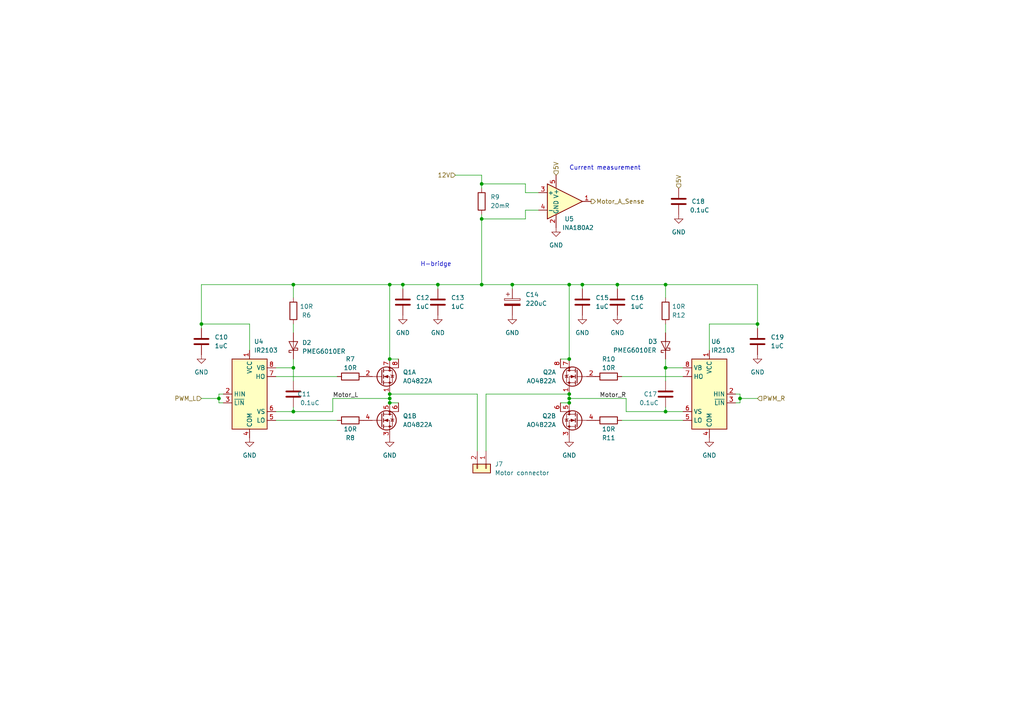
<source format=kicad_sch>
(kicad_sch (version 20211123) (generator eeschema)
  (paper "A4")
  (lib_symbols
    (symbol "Amplifier_Current:INA180A1" (pin_names (offset 0.127))
      (property "Reference" "U" (at 3.81 3.81 0))
      (property "Value" "INA180A1" (at 3.81 -2.54 0))
      (symbol "INA180A1_0_1"
        (polyline (pts (xy 5.08 0) (xy -5.08 5.08) (xy -5.08 -5.08) (xy 5.08 0)) (stroke (width 0.254)) (fill (type background)))
      )
      (symbol "INA180A1_1_1"
        (pin output line (at 7.62 0 180) (length 2.54) (name "~") (number "1"))
        (pin power_in line (at -2.54 -7.62 90) (length 3.81) (name "GND") (number "2"))
        (pin input line (at -7.62 2.54 0) (length 2.54) (name "+") (number "3"))
        (pin input line (at -7.62 -2.54 0) (length 2.54) (name "-") (number "4"))
        (pin power_in line (at -2.54 7.62 270) (length 3.81) (name "V+") (number "5"))
      )
    )
    (symbol "Connector_Generic:Conn_01x02" (pin_names (offset 1.016) hide)
      (property "Reference" "J" (at 0 2.54 0))
      (property "Value" "Conn_01x02" (at 0 -5.08 0))
      (symbol "Conn_01x02_1_1"
        (rectangle (start -1.27 -2.413) (end 0 -2.667) (stroke (width 0.1524)))
        (rectangle (start -1.27 0.127) (end 0 -0.127) (stroke (width 0.1524)))
        (rectangle (start -1.27 1.27) (end 1.27 -3.81) (stroke (width 0.254)) (fill (type background)))
        (pin passive line (at -5.08 0 0) (length 3.81) (name "Pin_1") (number "1"))
        (pin passive line (at -5.08 -2.54 0) (length 3.81) (name "Pin_2") (number "2"))
      )
    )
    (symbol "Device:C" (pin_numbers hide) (pin_names (offset 0.254))
      (property "Reference" "C" (at 0.635 2.54 0))
      (property "Value" "C" (at 0.635 -2.54 0))
      (symbol "C_0_1"
        (polyline (pts (xy -2.032 -0.762) (xy 2.032 -0.762)) (stroke (width 0.508)))
        (polyline (pts (xy -2.032 0.762) (xy 2.032 0.762)) (stroke (width 0.508)))
      )
      (symbol "C_1_1"
        (pin passive line (at 0 3.81 270) (length 2.794) (name "~") (number "1"))
        (pin passive line (at 0 -3.81 90) (length 2.794) (name "~") (number "2"))
      )
    )
    (symbol "Device:C_Polarized" (pin_numbers hide) (pin_names (offset 0.254))
      (property "Reference" "C" (at 0.635 2.54 0))
      (property "Value" "C_Polarized" (at 0.635 -2.54 0))
      (symbol "C_Polarized_0_1"
        (rectangle (start -2.286 0.508) (end 2.286 1.016))
        (polyline (pts (xy -1.778 2.286) (xy -0.762 2.286)))
        (polyline (pts (xy -1.27 2.794) (xy -1.27 1.778)))
        (rectangle (start 2.286 -0.508) (end -2.286 -1.016) (fill (type outline)))
      )
      (symbol "C_Polarized_1_1"
        (pin passive line (at 0 3.81 270) (length 2.794) (name "~") (number "1"))
        (pin passive line (at 0 -3.81 90) (length 2.794) (name "~") (number "2"))
      )
    )
    (symbol "Device:Q_Dual_NMOS_S1G1S2G2D2D2D1D1" (pin_names (offset 0) hide)
      (property "Reference" "Q" (at 5.08 1.27 0))
      (property "Value" "Q_Dual_NMOS_S1G1S2G2D2D2D1D1" (at 5.08 -1.27 0))
      (symbol "Q_Dual_NMOS_S1G1S2G2D2D2D1D1_0_1"
        (polyline (pts (xy 0.254 0) (xy -2.54 0)))
        (polyline (pts (xy 0.254 1.905) (xy 0.254 -1.905)) (stroke (width 0.254)))
        (polyline (pts (xy 0.762 -1.27) (xy 0.762 -2.286)) (stroke (width 0.254)))
        (polyline (pts (xy 0.762 0.508) (xy 0.762 -0.508)) (stroke (width 0.254)))
        (polyline (pts (xy 0.762 2.286) (xy 0.762 1.27)) (stroke (width 0.254)))
        (polyline (pts (xy 2.54 2.54) (xy 2.54 1.778)))
        (polyline (pts (xy 5.08 2.54) (xy 2.54 2.54)))
        (polyline (pts (xy 2.54 -2.54) (xy 2.54 0) (xy 0.762 0)))
        (polyline (pts (xy 0.762 -1.778) (xy 3.302 -1.778) (xy 3.302 1.778) (xy 0.762 1.778)))
        (polyline (pts (xy 1.016 0) (xy 2.032 0.381) (xy 2.032 -0.381) (xy 1.016 0)) (fill (type outline)))
        (polyline (pts (xy 2.794 0.508) (xy 2.921 0.381) (xy 3.683 0.381) (xy 3.81 0.254)))
        (polyline (pts (xy 3.302 0.381) (xy 2.921 -0.254) (xy 3.683 -0.254) (xy 3.302 0.381)))
        (circle (center 1.651 0) (radius 2.794) (stroke (width 0.254)))
        (circle (center 2.54 -1.778) (radius 0.254) (fill (type outline)))
        (circle (center 2.54 1.778) (radius 0.254) (fill (type outline)))
        (circle (center 2.54 2.54) (radius 0.254) (fill (type outline)))
      )
      (symbol "Q_Dual_NMOS_S1G1S2G2D2D2D1D1_1_1"
        (pin passive line (at 2.54 -5.08 90) (length 2.54) (name "S") (number "1"))
        (pin input line (at -5.08 0 0) (length 2.54) (name "G") (number "2"))
        (pin passive line (at 2.54 5.08 270) (length 2.54) (name "D") (number "7"))
        (pin passive line (at 5.08 5.08 270) (length 2.54) (name "D") (number "8"))
      )
      (symbol "Q_Dual_NMOS_S1G1S2G2D2D2D1D1_2_1"
        (pin passive line (at 2.54 -5.08 90) (length 2.54) (name "S") (number "3"))
        (pin input line (at -5.08 0 0) (length 2.54) (name "G") (number "4"))
        (pin passive line (at 2.54 5.08 270) (length 2.54) (name "D") (number "5"))
        (pin passive line (at 5.08 5.08 270) (length 2.54) (name "D") (number "6"))
      )
    )
    (symbol "Device:R" (pin_numbers hide) (pin_names (offset 0))
      (property "Reference" "R" (at 2.032 0 90))
      (property "Value" "R" (at 0 0 90))
      (symbol "R_0_1"
        (rectangle (start -1.016 -2.54) (end 1.016 2.54) (stroke (width 0.254)))
      )
      (symbol "R_1_1"
        (pin passive line (at 0 3.81 270) (length 1.27) (name "~") (number "1"))
        (pin passive line (at 0 -3.81 90) (length 1.27) (name "~") (number "2"))
      )
    )
    (symbol "Diode:PMEG6010ER" (pin_numbers hide) (pin_names hide)
      (property "Reference" "D" (at 0 2.54 0))
      (property "Value" "PMEG6010ER" (at 0 -2.54 0))
      (symbol "PMEG6010ER_0_1"
        (polyline (pts (xy 1.27 0) (xy -1.27 0)))
        (polyline (pts (xy 1.27 1.27) (xy 1.27 -1.27) (xy -1.27 0) (xy 1.27 1.27)) (stroke (width 0.2032)))
        (polyline (pts (xy -1.905 0.635) (xy -1.905 1.27) (xy -1.27 1.27) (xy -1.27 -1.27) (xy -0.635 -1.27) (xy -0.635 -0.635)) (stroke (width 0.2032)))
      )
      (symbol "PMEG6010ER_1_1"
        (pin passive line (at -3.81 0 0) (length 2.54) (name "K") (number "1"))
        (pin passive line (at 3.81 0 180) (length 2.54) (name "A") (number "2"))
      )
    )
    (symbol "Driver_FET:IR2103"
      (property "Reference" "U" (at 1.27 13.335 0))
      (property "Value" "IR2103" (at 1.27 11.43 0))
      (symbol "IR2103_0_1"
        (rectangle (start -5.08 -10.16) (end 5.08 10.16) (stroke (width 0.254)) (fill (type background)))
      )
      (symbol "IR2103_1_1"
        (pin power_in line (at 0 12.7 270) (length 2.54) (name "VCC") (number "1"))
        (pin input line (at -7.62 0 0) (length 2.54) (name "HIN") (number "2"))
        (pin input line (at -7.62 -2.54 0) (length 2.54) (name "~{LIN}") (number "3"))
        (pin power_in line (at 0 -12.7 90) (length 2.54) (name "COM") (number "4"))
        (pin output line (at 7.62 -7.62 180) (length 2.54) (name "LO") (number "5"))
        (pin passive line (at 7.62 -5.08 180) (length 2.54) (name "VS") (number "6"))
        (pin output line (at 7.62 5.08 180) (length 2.54) (name "HO") (number "7"))
        (pin passive line (at 7.62 7.62 180) (length 2.54) (name "VB") (number "8"))
      )
    )
    (symbol "power:GND" (power) (pin_names (offset 0))
      (property "Value" "GND" (at 0 -3.81 0))
      (symbol "GND_0_1"
        (polyline (pts (xy 0 0) (xy 0 -1.27) (xy 1.27 -1.27) (xy 0 -2.54) (xy -1.27 -1.27) (xy 0 -1.27)))
      )
      (symbol "GND_1_1"
        (pin power_in line (at 0 0 270) (length 0) hide (name "GND") (number "1"))
      )
    )
  )
  (junction (at 58.42 93.98))
  (junction (at 85.09 119.38))
  (junction (at 113.03 82.55))
  (junction (at 63.5 115.57))
  (junction (at 113.03 115.57))
  (junction (at 113.03 104.14))
  (junction (at 165.1 116.84))
  (junction (at 139.7 82.55))
  (junction (at 179.07 82.55))
  (junction (at 193.04 82.55))
  (junction (at 113.03 114.3))
  (junction (at 193.04 119.38))
  (junction (at 219.71 93.98))
  (junction (at 165.1 82.55))
  (junction (at 116.84 82.55))
  (junction (at 214.63 115.57))
  (junction (at 165.1 114.3))
  (junction (at 148.59 82.55))
  (junction (at 85.09 82.55))
  (junction (at 139.7 63.5))
  (junction (at 113.03 116.84))
  (junction (at 193.04 106.68))
  (junction (at 85.09 106.68))
  (junction (at 165.1 115.57))
  (junction (at 127 82.55))
  (junction (at 139.7 53.34))
  (junction (at 168.91 82.55))
  (junction (at 165.1 104.14))
  (wire (pts (xy 72.39 101.6) (xy 72.39 93.98)))
  (wire (pts (xy 85.09 118.11) (xy 85.09 119.38)))
  (wire (pts (xy 127 82.55) (xy 139.7 82.55)))
  (wire (pts (xy 127 82.55) (xy 127 83.82)))
  (wire (pts (xy 85.09 82.55) (xy 85.09 86.36)))
  (wire (pts (xy 140.97 114.3) (xy 165.1 114.3)))
  (wire (pts (xy 139.7 50.8) (xy 132.08 50.8)))
  (wire (pts (xy 63.5 114.3) (xy 63.5 115.57)))
  (wire (pts (xy 219.71 82.55) (xy 219.71 93.98)))
  (wire (pts (xy 64.77 116.84) (xy 63.5 116.84)))
  (wire (pts (xy 85.09 93.98) (xy 85.09 96.52)))
  (wire (pts (xy 179.07 82.55) (xy 168.91 82.55)))
  (wire (pts (xy 58.42 115.57) (xy 63.5 115.57)))
  (wire (pts (xy 165.1 115.57) (xy 181.61 115.57)))
  (wire (pts (xy 193.04 104.14) (xy 193.04 106.68)))
  (wire (pts (xy 113.03 115.57) (xy 113.03 116.84)))
  (wire (pts (xy 80.01 109.22) (xy 97.79 109.22)))
  (wire (pts (xy 139.7 82.55) (xy 148.59 82.55)))
  (wire (pts (xy 198.12 119.38) (xy 193.04 119.38)))
  (wire (pts (xy 193.04 106.68) (xy 198.12 106.68)))
  (wire (pts (xy 193.04 82.55) (xy 193.04 86.36)))
  (wire (pts (xy 113.03 114.3) (xy 113.03 115.57)))
  (wire (pts (xy 58.42 82.55) (xy 85.09 82.55)))
  (wire (pts (xy 113.03 82.55) (xy 116.84 82.55)))
  (wire (pts (xy 113.03 116.84) (xy 115.57 116.84)))
  (wire (pts (xy 193.04 82.55) (xy 219.71 82.55)))
  (wire (pts (xy 213.36 116.84) (xy 214.63 116.84)))
  (wire (pts (xy 80.01 106.68) (xy 85.09 106.68)))
  (wire (pts (xy 140.97 114.3) (xy 140.97 130.81)))
  (wire (pts (xy 179.07 82.55) (xy 193.04 82.55)))
  (wire (pts (xy 165.1 82.55) (xy 165.1 104.14)))
  (wire (pts (xy 214.63 114.3) (xy 214.63 115.57)))
  (wire (pts (xy 63.5 115.57) (xy 63.5 116.84)))
  (wire (pts (xy 219.71 93.98) (xy 219.71 95.25)))
  (wire (pts (xy 96.52 119.38) (xy 85.09 119.38)))
  (wire (pts (xy 168.91 82.55) (xy 165.1 82.55)))
  (wire (pts (xy 181.61 119.38) (xy 181.61 115.57)))
  (wire (pts (xy 165.1 115.57) (xy 165.1 116.84)))
  (wire (pts (xy 205.74 101.6) (xy 205.74 93.98)))
  (wire (pts (xy 85.09 82.55) (xy 113.03 82.55)))
  (wire (pts (xy 180.34 109.22) (xy 198.12 109.22)))
  (wire (pts (xy 152.4 55.88) (xy 152.4 53.34)))
  (wire (pts (xy 148.59 82.55) (xy 165.1 82.55)))
  (wire (pts (xy 152.4 53.34) (xy 139.7 53.34)))
  (wire (pts (xy 113.03 82.55) (xy 113.03 104.14)))
  (wire (pts (xy 214.63 115.57) (xy 219.71 115.57)))
  (wire (pts (xy 113.03 114.3) (xy 138.43 114.3)))
  (wire (pts (xy 113.03 115.57) (xy 96.52 115.57)))
  (wire (pts (xy 72.39 93.98) (xy 58.42 93.98)))
  (wire (pts (xy 138.43 114.3) (xy 138.43 130.81)))
  (wire (pts (xy 139.7 63.5) (xy 139.7 82.55)))
  (wire (pts (xy 156.21 60.96) (xy 152.4 60.96)))
  (wire (pts (xy 113.03 104.14) (xy 115.57 104.14)))
  (wire (pts (xy 162.56 104.14) (xy 165.1 104.14)))
  (wire (pts (xy 152.4 63.5) (xy 139.7 63.5)))
  (wire (pts (xy 193.04 106.68) (xy 193.04 110.49)))
  (wire (pts (xy 193.04 118.11) (xy 193.04 119.38)))
  (wire (pts (xy 193.04 119.38) (xy 181.61 119.38)))
  (wire (pts (xy 139.7 54.61) (xy 139.7 53.34)))
  (wire (pts (xy 180.34 121.92) (xy 198.12 121.92)))
  (wire (pts (xy 58.42 93.98) (xy 58.42 95.25)))
  (wire (pts (xy 85.09 104.14) (xy 85.09 106.68)))
  (wire (pts (xy 96.52 115.57) (xy 96.52 119.38)))
  (wire (pts (xy 58.42 82.55) (xy 58.42 93.98)))
  (wire (pts (xy 148.59 82.55) (xy 148.59 83.82)))
  (wire (pts (xy 162.56 116.84) (xy 165.1 116.84)))
  (wire (pts (xy 80.01 121.92) (xy 97.79 121.92)))
  (wire (pts (xy 63.5 114.3) (xy 64.77 114.3)))
  (wire (pts (xy 214.63 115.57) (xy 214.63 116.84)))
  (wire (pts (xy 214.63 114.3) (xy 213.36 114.3)))
  (wire (pts (xy 193.04 93.98) (xy 193.04 96.52)))
  (wire (pts (xy 116.84 82.55) (xy 127 82.55)))
  (wire (pts (xy 156.21 55.88) (xy 152.4 55.88)))
  (wire (pts (xy 168.91 82.55) (xy 168.91 83.82)))
  (wire (pts (xy 85.09 119.38) (xy 80.01 119.38)))
  (wire (pts (xy 116.84 82.55) (xy 116.84 83.82)))
  (wire (pts (xy 205.74 93.98) (xy 219.71 93.98)))
  (wire (pts (xy 179.07 83.82) (xy 179.07 82.55)))
  (wire (pts (xy 139.7 62.23) (xy 139.7 63.5)))
  (wire (pts (xy 85.09 106.68) (xy 85.09 110.49)))
  (wire (pts (xy 165.1 114.3) (xy 165.1 115.57)))
  (wire (pts (xy 139.7 53.34) (xy 139.7 50.8)))
  (wire (pts (xy 152.4 60.96) (xy 152.4 63.5)))
  (text "H-bridge" (at 121.92 77.47 0) (effects (font (size 1.27 1.27)) (justify left bottom)))
  (text "Current measurement" (at 165.1 49.53 0) (effects (font (size 1.27 1.27)) (justify left bottom)))
  (label "Motor_L" (at 96.52 115.57 0))
  (label "Motor_R" (at 181.61 115.57 180))
  (hierarchical_label "5V" (shape input) (at 196.85 54.61 90))
  (hierarchical_label "5V" (shape input) (at 161.29 50.8 90))
  (hierarchical_label "PWM_L" (shape input) (at 58.42 115.57 180))
  (hierarchical_label "Motor_A_Sense" (shape output) (at 171.45 58.42 0))
  (hierarchical_label "12V" (shape input) (at 132.08 50.8 180))
  (hierarchical_label "PWM_R" (shape input) (at 219.71 115.57 0))
  (symbol (lib_id "Device:C") (at 168.91 87.63 0) (unit 1)
    (property "Reference" "C15" (at 172.72 86.3599 0) (effects (justify left)))
    (property "Value" "1uC" (at 172.72 88.8999 0) (effects (justify left)))
    (property "Footprint" "Capacitor_SMD:C_0805_2012Metric_Pad1.18x1.45mm_HandSolder" (effects hide))
    (property "Datasheet" "https://datasheet.lcsc.com/lcsc/1810201241_Murata-Electronics-GCM21BR71E105KA56L_C85865.pdf" (effects hide))
    (property "Manufacturer Part Number" "GCM21BR71E105KA56L" (effects hide))
  )
  (symbol (lib_id "Device:C_Polarized") (at 148.59 87.63 0) (unit 1)
    (property "Reference" "C14" (at 152.4 85.4709 0) (effects (justify left)))
    (property "Value" "220uC" (at 152.4 88.0109 0) (effects (justify left)))
    (property "Footprint" "Capacitor_THT:CP_Radial_D8.0mm_P3.50mm" (effects hide))
    (property "Datasheet" "https://datasheet.lcsc.com/lcsc/1912111437_Rubycon-25YXF220MEFC8X11-5_C368593.pdf" (effects hide))
    (property "Manufacturer Part Number" "25YXF220MEFC8X11.5" (effects hide))
  )
  (symbol (lib_id "Device:Q_Dual_NMOS_S1G1S2G2D2D2D1D1") (at 167.64 109.22 0) (mirror y) (unit 1)
    (property "Reference" "Q2" (at 161.29 107.9499 0) (effects (justify left)))
    (property "Value" "AO4822A" (at 161.29 110.4899 0) (effects (justify left)))
    (property "Footprint" "Package_SO:SO-8_3.9x4.9mm_P1.27mm" (effects hide))
    (property "Datasheet" "https://datasheet.lcsc.com/lcsc/1912111437_Alpha---Omega-Semicon-AO4822A_C431183.pdf" (effects hide))
    (property "Manufacturer Part Number" "AO4822A" (effects hide))
  )
  (symbol (lib_id "Amplifier_Current:INA180A1") (at 163.83 58.42 0) (unit 1)
    (property "Reference" "U5" (at 165.1 63.5 0))
    (property "Value" "INA180A2" (at 167.64 66.04 0))
    (property "Footprint" "Package_TO_SOT_SMD:SOT-23-5_HandSoldering" (effects hide))
    (property "Datasheet" "http://www.ti.com/lit/ds/symlink/ina180.pdf" (effects hide))
    (property "Manufacturer Part Number" "INA180A2IDBVR" (effects hide))
  )
  (symbol (lib_id "Device:C") (at 116.84 87.63 0) (unit 1)
    (property "Reference" "C12" (at 120.65 86.3599 0) (effects (justify left)))
    (property "Value" "1uC" (at 120.65 88.8999 0) (effects (justify left)))
    (property "Footprint" "Capacitor_SMD:C_0805_2012Metric_Pad1.18x1.45mm_HandSolder" (effects hide))
    (property "Datasheet" "https://datasheet.lcsc.com/lcsc/1810201241_Murata-Electronics-GCM21BR71E105KA56L_C85865.pdf" (effects hide))
    (property "Manufacturer Part Number" "GCM21BR71E105KA56L" (effects hide))
  )
  (symbol (lib_id "power:GND") (at 116.84 91.44 0) (unit 1)
    (property "Reference" "#PWR020" (effects hide))
    (property "Value" "GND" (at 116.84 96.52 0))
  )
  (symbol (lib_id "Device:C") (at 196.85 58.42 0) (mirror y) (unit 1)
    (property "Reference" "C18" (at 204.47 58.42 0) (effects (justify left)))
    (property "Value" "0.1uC" (at 205.74 60.96 0) (effects (justify left)))
    (property "Footprint" "Capacitor_SMD:C_0805_2012Metric_Pad1.18x1.45mm_HandSolder" (effects hide))
    (property "Datasheet" "https://datasheet.lcsc.com/lcsc/2006111832_YAGEO-CC0805KRX7R8BB104_C519981.pdf" (effects hide))
    (property "Manufacturer Part Number" "CC0805KRX7R8BB104" (effects hide))
  )
  (symbol (lib_id "Device:R") (at 101.6 109.22 90) (unit 1)
    (property "Reference" "R7" (at 101.6 104.14 90))
    (property "Value" "10R" (at 101.6 106.68 90))
    (property "Footprint" "Resistor_SMD:R_0805_2012Metric_Pad1.20x1.40mm_HandSolder" (effects hide))
    (property "Datasheet" "https://datasheet.lcsc.com/lcsc/1810311320_YAGEO-AC0805JR-0710RL_C144537.pdf" (effects hide))
    (property "Manufacturer Part Number" "AC0805JR-0710RL" (effects hide))
  )
  (symbol (lib_id "Device:Q_Dual_NMOS_S1G1S2G2D2D2D1D1") (at 110.49 121.92 0) (unit 2)
    (property "Reference" "Q1" (at 116.84 120.6499 0) (effects (justify left)))
    (property "Value" "AO4822A" (at 116.84 123.1899 0) (effects (justify left)))
    (property "Footprint" "Package_SO:SO-8_3.9x4.9mm_P1.27mm" (effects hide))
    (property "Datasheet" "https://datasheet.lcsc.com/lcsc/1912111437_Alpha---Omega-Semicon-AO4822A_C431183.pdf" (effects hide))
    (property "Manufacturer Part Number" "AO4822A" (effects hide))
  )
  (symbol (lib_id "power:GND") (at 72.39 127 0) (unit 1)
    (property "Reference" "#PWR018" (effects hide))
    (property "Value" "GND" (at 72.39 132.08 0))
  )
  (symbol (lib_id "Device:C") (at 219.71 99.06 0) (unit 1)
    (property "Reference" "C19" (at 223.52 97.7899 0) (effects (justify left)))
    (property "Value" "1uC" (at 223.52 100.3299 0) (effects (justify left)))
    (property "Footprint" "Capacitor_SMD:C_0805_2012Metric_Pad1.18x1.45mm_HandSolder" (effects hide))
    (property "Datasheet" "https://datasheet.lcsc.com/lcsc/1810201241_Murata-Electronics-GCM21BR71E105KA56L_C85865.pdf" (effects hide))
    (property "Manufacturer Part Number" "GCM21BR71E105KA56L" (effects hide))
  )
  (symbol (lib_id "power:GND") (at 168.91 91.44 0) (unit 1)
    (property "Reference" "#PWR025" (effects hide))
    (property "Value" "GND" (at 168.91 96.52 0))
  )
  (symbol (lib_id "Device:Q_Dual_NMOS_S1G1S2G2D2D2D1D1") (at 110.49 109.22 0) (unit 1)
    (property "Reference" "Q1" (at 116.84 107.9499 0) (effects (justify left)))
    (property "Value" "AO4822A" (at 116.84 110.4899 0) (effects (justify left)))
    (property "Footprint" "Package_SO:SO-8_3.9x4.9mm_P1.27mm" (effects hide))
    (property "Datasheet" "https://datasheet.lcsc.com/lcsc/1912111437_Alpha---Omega-Semicon-AO4822A_C431183.pdf" (effects hide))
    (property "Manufacturer Part Number" "AO4822A" (effects hide))
  )
  (symbol (lib_id "Connector_Generic:Conn_01x02") (at 140.97 135.89 270) (unit 1)
    (property "Reference" "J7" (at 143.51 134.6199 90) (effects (justify left)))
    (property "Value" "Motor connector" (at 143.51 137.1599 90) (effects (justify left)))
    (property "Footprint" "Connector_PinHeader_2.54mm:PinHeader_1x02_P2.54mm_Vertical" (effects hide))
    (property "Datasheet" "https://datasheet.lcsc.com/lcsc/2203111830_HCTL-HC-2510-2AW_C2982041.pdf" (effects hide))
    (property "Manufacturer Part Number" "HC-2510-2AW" (effects hide))
  )
  (symbol (lib_id "Driver_FET:IR2103") (at 72.39 114.3 0) (unit 1)
    (property "Reference" "U4" (at 73.66 99.06 0) (effects (justify left)))
    (property "Value" "IR2103" (at 73.66 101.6 0) (effects (justify left)))
    (property "Footprint" "Package_SO:SOIC-8_3.9x4.9mm_P1.27mm" (effects hide))
    (property "Datasheet" "https://datasheet.lcsc.com/lcsc/1810041210_Infineon-Technologies-IR2103STRPBF_C2957.pdf" (effects hide))
    (property "Manufacturer Part Number" "IR2103STRPBF" (effects hide))
  )
  (symbol (lib_id "power:GND") (at 148.59 91.44 0) (unit 1)
    (property "Reference" "#PWR022" (effects hide))
    (property "Value" "GND" (at 148.59 96.52 0))
  )
  (symbol (lib_id "power:GND") (at 113.03 127 0) (unit 1)
    (property "Reference" "#PWR019" (effects hide))
    (property "Value" "GND" (at 113.03 132.08 0))
  )
  (symbol (lib_id "power:GND") (at 165.1 127 0) (unit 1)
    (property "Reference" "#PWR024" (effects hide))
    (property "Value" "GND" (at 165.1 132.08 0))
  )
  (symbol (lib_id "Driver_FET:IR2103") (at 205.74 114.3 0) (mirror y) (unit 1)
    (property "Reference" "U6" (at 206.2606 99.06 0) (effects (justify right)))
    (property "Value" "IR2103" (at 206.2606 101.6 0) (effects (justify right)))
    (property "Footprint" "Package_SO:SOIC-8_3.9x4.9mm_P1.27mm" (effects hide))
    (property "Datasheet" "https://datasheet.lcsc.com/lcsc/1810041210_Infineon-Technologies-IR2103STRPBF_C2957.pdf" (effects hide))
    (property "Manufacturer Part Number" "IR2103STRPBF" (effects hide))
  )
  (symbol (lib_id "Device:C") (at 85.09 114.3 0) (mirror y) (unit 1)
    (property "Reference" "C11" (at 90.17 114.3 0) (effects (justify left)))
    (property "Value" "0.1uC" (at 92.71 116.84 0) (effects (justify left)))
    (property "Footprint" "Capacitor_SMD:C_0805_2012Metric_Pad1.18x1.45mm_HandSolder" (effects hide))
    (property "Datasheet" "https://datasheet.lcsc.com/lcsc/2006111832_YAGEO-CC0805KRX7R8BB104_C519981.pdf" (effects hide))
    (property "Manufacturer Part Number" "CC0805KRX7R8BB104" (effects hide))
  )
  (symbol (lib_id "Diode:PMEG6010ER") (at 193.04 100.33 90) (unit 1)
    (property "Reference" "D3" (at 187.96 99.06 90) (effects (justify right)))
    (property "Value" "PMEG6010ER" (at 177.8 101.6 90) (effects (justify right)))
    (property "Footprint" "Diode_SMD:Nexperia_CFP3_SOD-123W" (effects hide))
    (property "Datasheet" "https://datasheet.lcsc.com/lcsc/1912111437_Nexperia-PMEG6010ER-115_C456121.pdf" (effects hide))
    (property "Manufacturer Part Number" "PMEG6010ER,115" (effects hide))
  )
  (symbol (lib_id "Device:C") (at 193.04 114.3 0) (unit 1)
    (property "Reference" "C17" (at 186.69 114.3 0) (effects (justify left)))
    (property "Value" "0.1uC" (at 185.42 116.84 0) (effects (justify left)))
    (property "Footprint" "Capacitor_SMD:C_0805_2012Metric_Pad1.18x1.45mm_HandSolder" (effects hide))
    (property "Datasheet" "https://datasheet.lcsc.com/lcsc/2006111832_YAGEO-CC0805KRX7R8BB104_C519981.pdf" (effects hide))
    (property "Manufacturer Part Number" "CC0805KRX7R8BB104" (effects hide))
  )
  (symbol (lib_id "power:GND") (at 205.74 127 0) (unit 1)
    (property "Reference" "#PWR028" (effects hide))
    (property "Value" "GND" (at 205.74 132.08 0))
  )
  (symbol (lib_id "power:GND") (at 196.85 62.23 0) (unit 1)
    (property "Reference" "#PWR027" (effects hide))
    (property "Value" "GND" (at 196.85 67.31 0))
  )
  (symbol (lib_id "Device:Q_Dual_NMOS_S1G1S2G2D2D2D1D1") (at 167.64 121.92 0) (mirror y) (unit 2)
    (property "Reference" "Q2" (at 161.29 120.6499 0) (effects (justify left)))
    (property "Value" "AO4822A" (at 161.29 123.1899 0) (effects (justify left)))
    (property "Footprint" "Package_SO:SO-8_3.9x4.9mm_P1.27mm" (effects hide))
    (property "Datasheet" "https://datasheet.lcsc.com/lcsc/1912111437_Alpha---Omega-Semicon-AO4822A_C431183.pdf" (effects hide))
    (property "Manufacturer Part Number" "AO4822A" (effects hide))
  )
  (symbol (lib_id "power:GND") (at 58.42 102.87 0) (unit 1)
    (property "Reference" "#PWR017" (effects hide))
    (property "Value" "GND" (at 58.42 107.95 0))
  )
  (symbol (lib_id "Device:R") (at 101.6 121.92 90) (unit 1)
    (property "Reference" "R8" (at 101.6 127 90))
    (property "Value" "10R" (at 101.6 124.46 90))
    (property "Footprint" "Resistor_SMD:R_0805_2012Metric_Pad1.20x1.40mm_HandSolder" (effects hide))
    (property "Datasheet" "https://datasheet.lcsc.com/lcsc/1810311320_YAGEO-AC0805JR-0710RL_C144537.pdf" (effects hide))
    (property "Manufacturer Part Number" "AC0805JR-0710RL" (effects hide))
  )
  (symbol (lib_id "Device:C") (at 127 87.63 0) (unit 1)
    (property "Reference" "C13" (at 130.81 86.3599 0) (effects (justify left)))
    (property "Value" "1uC" (at 130.81 88.8999 0) (effects (justify left)))
    (property "Footprint" "Capacitor_SMD:C_0805_2012Metric_Pad1.18x1.45mm_HandSolder" (effects hide))
    (property "Datasheet" "https://datasheet.lcsc.com/lcsc/1810201241_Murata-Electronics-GCM21BR71E105KA56L_C85865.pdf" (effects hide))
    (property "Manufacturer Part Number" "GCM21BR71E105KA56L" (effects hide))
  )
  (symbol (lib_id "power:GND") (at 219.71 102.87 0) (unit 1)
    (property "Reference" "#PWR029" (effects hide))
    (property "Value" "GND" (at 219.71 107.95 0))
  )
  (symbol (lib_id "Diode:PMEG6010ER") (at 85.09 100.33 90) (unit 1)
    (property "Reference" "D2" (at 87.63 99.3774 90) (effects (justify right)))
    (property "Value" "PMEG6010ER" (at 87.63 101.9174 90) (effects (justify right)))
    (property "Footprint" "Diode_SMD:Nexperia_CFP3_SOD-123W" (effects hide))
    (property "Datasheet" "https://datasheet.lcsc.com/lcsc/1912111437_Nexperia-PMEG6010ER-115_C456121.pdf" (effects hide))
    (property "Manufacturer Part Number" "PMEG6010ER,115" (effects hide))
  )
  (symbol (lib_id "Device:R") (at 176.53 121.92 90) (unit 1)
    (property "Reference" "R11" (at 176.53 127 90))
    (property "Value" "10R" (at 176.53 124.46 90))
    (property "Footprint" "Resistor_SMD:R_0805_2012Metric_Pad1.20x1.40mm_HandSolder" (effects hide))
    (property "Datasheet" "https://datasheet.lcsc.com/lcsc/1810311320_YAGEO-AC0805JR-0710RL_C144537.pdf" (effects hide))
    (property "Manufacturer Part Number" "AC0805JR-0710RL" (effects hide))
  )
  (symbol (lib_id "power:GND") (at 127 91.44 0) (unit 1)
    (property "Reference" "#PWR021" (effects hide))
    (property "Value" "GND" (at 127 96.52 0))
  )
  (symbol (lib_id "Device:R") (at 139.7 58.42 180) (unit 1)
    (property "Reference" "R9" (at 142.24 57.1499 0) (effects (justify right)))
    (property "Value" "20mR" (at 142.24 59.6899 0) (effects (justify right)))
    (property "Footprint" "Resistor_SMD:R_2512_6332Metric_Pad1.40x3.35mm_HandSolder" (effects hide))
    (property "Datasheet" "https://datasheet.lcsc.com/lcsc/1912111437_YAGEO-RL2512FK-070R02L_C326611.pdf" (effects hide))
    (property "Manufacturer Part Number" "RL2512FK-070R02L" (effects hide))
  )
  (symbol (lib_id "power:GND") (at 179.07 91.44 0) (unit 1)
    (property "Reference" "#PWR026" (effects hide))
    (property "Value" "GND" (at 179.07 96.52 0))
  )
  (symbol (lib_id "Device:R") (at 176.53 109.22 90) (unit 1)
    (property "Reference" "R10" (at 176.53 104.14 90))
    (property "Value" "10R" (at 176.53 106.68 90))
    (property "Footprint" "Resistor_SMD:R_0805_2012Metric_Pad1.20x1.40mm_HandSolder" (effects hide))
    (property "Datasheet" "https://datasheet.lcsc.com/lcsc/1810311320_YAGEO-AC0805JR-0710RL_C144537.pdf" (effects hide))
    (property "Manufacturer Part Number" "AC0805JR-0710RL" (effects hide))
  )
  (symbol (lib_id "Device:C") (at 179.07 87.63 0) (unit 1)
    (property "Reference" "C16" (at 182.88 86.3599 0) (effects (justify left)))
    (property "Value" "1uC" (at 182.88 88.8999 0) (effects (justify left)))
    (property "Footprint" "Capacitor_SMD:C_0805_2012Metric_Pad1.18x1.45mm_HandSolder" (effects hide))
    (property "Datasheet" "https://datasheet.lcsc.com/lcsc/1810201241_Murata-Electronics-GCM21BR71E105KA56L_C85865.pdf" (effects hide))
    (property "Manufacturer Part Number" "GCM21BR71E105KA56L" (effects hide))
  )
  (symbol (lib_id "Device:R") (at 85.09 90.17 0) (unit 1)
    (property "Reference" "R6" (at 88.9 91.44 0))
    (property "Value" "10R" (at 88.9 88.9 0))
    (property "Footprint" "Resistor_SMD:R_0805_2012Metric_Pad1.20x1.40mm_HandSolder" (effects hide))
    (property "Datasheet" "https://datasheet.lcsc.com/lcsc/1810311320_YAGEO-AC0805JR-0710RL_C144537.pdf" (effects hide))
    (property "Manufacturer Part Number" "AC0805JR-0710RL" (effects hide))
  )
  (symbol (lib_id "Device:R") (at 193.04 90.17 0) (unit 1)
    (property "Reference" "R12" (at 196.85 91.44 0))
    (property "Value" "10R" (at 196.85 88.9 0))
    (property "Footprint" "Resistor_SMD:R_0805_2012Metric_Pad1.20x1.40mm_HandSolder" (effects hide))
    (property "Datasheet" "https://datasheet.lcsc.com/lcsc/1810311320_YAGEO-AC0805JR-0710RL_C144537.pdf" (effects hide))
    (property "Manufacturer Part Number" "AC0805JR-0710RL" (effects hide))
  )
  (symbol (lib_id "power:GND") (at 161.29 66.04 0) (unit 1)
    (property "Reference" "#PWR023" (effects hide))
    (property "Value" "GND" (at 161.29 71.12 0))
  )
  (symbol (lib_id "Device:C") (at 58.42 99.06 0) (unit 1)
    (property "Reference" "C10" (at 62.23 97.7899 0) (effects (justify left)))
    (property "Value" "1uC" (at 62.23 100.3299 0) (effects (justify left)))
    (property "Footprint" "Capacitor_SMD:C_0805_2012Metric_Pad1.18x1.45mm_HandSolder" (effects hide))
    (property "Datasheet" "https://datasheet.lcsc.com/lcsc/1810201241_Murata-Electronics-GCM21BR71E105KA56L_C85865.pdf" (effects hide))
    (property "Manufacturer Part Number" "GCM21BR71E105KA56L" (effects hide))
  )
)
</source>
